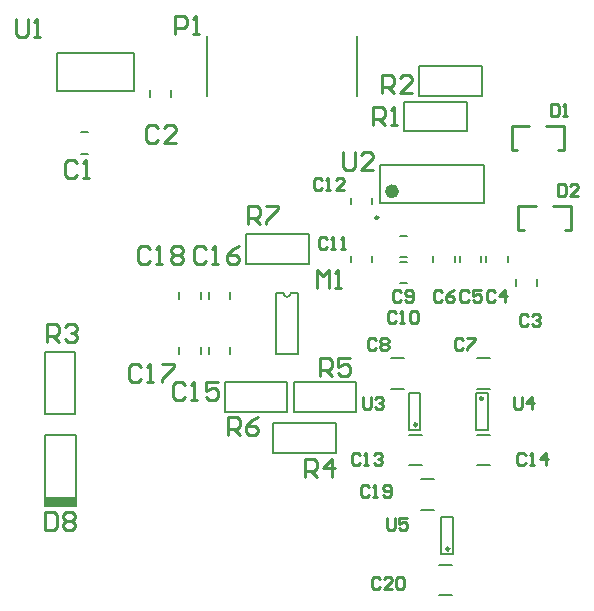
<source format=gto>
G04*
G04 #@! TF.GenerationSoftware,Altium Limited,Altium Designer,22.5.1 (42)*
G04*
G04 Layer_Color=65535*
%FSLAX44Y44*%
%MOMM*%
G71*
G04*
G04 #@! TF.SameCoordinates,CF4701AC-517D-4BF5-B978-186F02F9A4D0*
G04*
G04*
G04 #@! TF.FilePolarity,Positive*
G04*
G01*
G75*
%ADD10C,0.2500*%
%ADD11C,0.6000*%
%ADD12C,0.2000*%
%ADD13C,0.1270*%
%ADD14C,0.2540*%
%ADD15R,2.5908X0.7874*%
D10*
X407012Y63824D02*
G03*
X407012Y63824I-1250J0D01*
G01*
X379512Y168824D02*
G03*
X379512Y168824I-1250J0D01*
G01*
X435488Y191176D02*
G03*
X435488Y191176I-1250J0D01*
G01*
X346900Y344250D02*
G03*
X346900Y344250I-1250J0D01*
G01*
D11*
X361500Y366500D02*
G03*
X361500Y366500I-3000J0D01*
G01*
D12*
X266571Y280400D02*
G03*
X272921Y280400I3175J0D01*
G01*
X275188Y179800D02*
Y204946D01*
X328274D01*
X275188Y179800D02*
X328274D01*
Y204946D01*
X383000Y97000D02*
X394000D01*
X383000Y123000D02*
X394000D01*
X400000Y59500D02*
X410000D01*
X400000Y90500D02*
X410000D01*
Y59500D02*
Y90500D01*
X400000Y59500D02*
Y90500D01*
X398500Y50500D02*
X409500D01*
X398500Y24500D02*
X409500D01*
X201500Y447100D02*
Y497900D01*
X328500Y447100D02*
Y497900D01*
X75000Y451500D02*
X140000D01*
Y483500D01*
X75000D02*
X140000D01*
X75000Y451500D02*
Y483500D01*
X372500Y164500D02*
X382500D01*
X372500Y195500D02*
X382500D01*
Y164500D02*
Y195500D01*
X372500Y164500D02*
Y195500D01*
X440000Y164500D02*
Y195500D01*
X430000Y164500D02*
Y195500D01*
Y164500D02*
X440000D01*
X430000Y195500D02*
X440000D01*
X64800Y160162D02*
X89338D01*
X64800Y100218D02*
Y160162D01*
X89338D02*
X91216D01*
Y100218D02*
Y160162D01*
X64800Y100218D02*
X91216D01*
X348750Y356500D02*
X436250D01*
X348750Y388500D02*
X436250D01*
X348750Y356500D02*
Y388500D01*
X436250Y356500D02*
Y388500D01*
X430500Y134500D02*
X441500D01*
X430500Y160500D02*
X441500D01*
X430500Y225500D02*
X441500D01*
X430500Y199500D02*
X441500D01*
X373000Y160500D02*
X384000D01*
X373000Y134500D02*
X384000D01*
X358000Y199500D02*
X369000D01*
X358000Y225500D02*
X369000D01*
X434424Y447300D02*
Y472446D01*
X381338Y447300D02*
X434424D01*
X381338Y472446D02*
X434424D01*
X381338Y447300D02*
Y472446D01*
X421924Y417300D02*
Y442446D01*
X368838Y417300D02*
X421924D01*
X368838Y442446D02*
X421924D01*
X368838Y417300D02*
Y442446D01*
X258076Y145054D02*
Y170200D01*
X311162D01*
X258076Y145054D02*
X311162D01*
Y170200D01*
X216926Y180054D02*
Y205200D01*
X270012D01*
X216926Y180054D02*
X270012D01*
Y205200D01*
X260596Y280400D02*
X266571D01*
X272921D02*
X278896D01*
X260596Y228584D02*
Y280400D01*
X261358Y228584D02*
X267333D01*
X260850D02*
X278896D01*
Y280400D01*
X65054Y230774D02*
X90200D01*
Y177688D02*
Y230774D01*
X65054Y177688D02*
Y230774D01*
Y177688D02*
X90200D01*
X288274Y304800D02*
Y329946D01*
X235188Y304800D02*
X288274D01*
X235188Y329946D02*
X288274D01*
X235188Y304800D02*
Y329946D01*
D13*
X196500Y275460D02*
Y281260D01*
X178500Y275460D02*
Y281260D01*
X365460Y288500D02*
X371260D01*
X365460Y306500D02*
X371260D01*
X323500Y355460D02*
Y361260D01*
X341500Y355460D02*
Y361260D01*
Y306240D02*
Y312040D01*
X323500Y306240D02*
Y312040D01*
X365460Y329000D02*
X371260D01*
X365460Y311000D02*
X371260D01*
X393500Y306240D02*
Y312040D01*
X411500Y306240D02*
Y312040D01*
X416000Y306240D02*
Y312040D01*
X434000Y306240D02*
Y312040D01*
X438500Y306240D02*
Y312040D01*
X456500Y306240D02*
Y312040D01*
X481500Y286240D02*
Y292040D01*
X463500Y286240D02*
Y292040D01*
X95460Y398500D02*
X101260D01*
X95460Y416500D02*
X101260D01*
X171500Y446240D02*
Y452040D01*
X153500Y446240D02*
Y452040D01*
X203500Y275460D02*
Y281260D01*
X221500Y275460D02*
Y281260D01*
X196500Y228740D02*
Y234540D01*
X178500Y228740D02*
Y234540D01*
X221500Y228740D02*
Y234540D01*
X203500Y228740D02*
Y234540D01*
D14*
X459800Y421444D02*
X474659D01*
X459800Y401632D02*
Y421444D01*
Y401632D02*
X464499D01*
X489010Y421444D02*
X504250D01*
Y401378D02*
Y421444D01*
X499170Y401378D02*
X504250D01*
X465314Y353889D02*
X480173D01*
X465314Y334077D02*
Y353889D01*
Y334077D02*
X470013D01*
X494524Y353889D02*
X509764D01*
Y333823D02*
Y353889D01*
X504684Y333823D02*
X509764D01*
X297304Y209883D02*
Y225117D01*
X304922D01*
X307461Y222578D01*
Y217500D01*
X304922Y214961D01*
X297304D01*
X302383D02*
X307461Y209883D01*
X322696Y225117D02*
X312539D01*
Y217500D01*
X317617Y220039D01*
X320157D01*
X322696Y217500D01*
Y212422D01*
X320157Y209883D01*
X315078D01*
X312539Y212422D01*
X339029Y115912D02*
X337322Y117618D01*
X333910D01*
X332204Y115912D01*
Y109088D01*
X333910Y107382D01*
X337322D01*
X339029Y109088D01*
X342441Y107382D02*
X345853D01*
X344147D01*
Y117618D01*
X342441Y115912D01*
X350971Y109088D02*
X352677Y107382D01*
X356090D01*
X357796Y109088D01*
Y115912D01*
X356090Y117618D01*
X352677D01*
X350971Y115912D01*
Y114206D01*
X352677Y112500D01*
X357796D01*
X353969Y90118D02*
Y81588D01*
X355676Y79882D01*
X359088D01*
X360794Y81588D01*
Y90118D01*
X371031D02*
X364206D01*
Y85000D01*
X367618Y86706D01*
X369324D01*
X371031Y85000D01*
Y81588D01*
X369324Y79882D01*
X365912D01*
X364206Y81588D01*
X348176Y38412D02*
X346469Y40118D01*
X343057D01*
X341351Y38412D01*
Y31588D01*
X343057Y29882D01*
X346469D01*
X348176Y31588D01*
X358412Y29882D02*
X351588D01*
X358412Y36706D01*
Y38412D01*
X356706Y40118D01*
X353294D01*
X351588Y38412D01*
X361824D02*
X363531Y40118D01*
X366943D01*
X368649Y38412D01*
Y31588D01*
X366943Y29882D01*
X363531D01*
X361824Y31588D01*
Y38412D01*
X39843Y512617D02*
Y499922D01*
X42382Y497383D01*
X47461D01*
X50000Y499922D01*
Y512617D01*
X55078Y497383D02*
X60157D01*
X57618D01*
Y512617D01*
X55078Y510078D01*
X174843Y499883D02*
Y515117D01*
X182461D01*
X185000Y512578D01*
Y507500D01*
X182461Y504961D01*
X174843D01*
X190078Y499883D02*
X195157D01*
X192618D01*
Y515117D01*
X190078Y512578D01*
X153613Y317578D02*
X151074Y320117D01*
X145995D01*
X143456Y317578D01*
Y307422D01*
X145995Y304883D01*
X151074D01*
X153613Y307422D01*
X158691Y304883D02*
X163770D01*
X161230D01*
Y320117D01*
X158691Y317578D01*
X171387D02*
X173926Y320117D01*
X179005D01*
X181544Y317578D01*
Y315039D01*
X179005Y312500D01*
X181544Y309961D01*
Y307422D01*
X179005Y304883D01*
X173926D01*
X171387Y307422D01*
Y309961D01*
X173926Y312500D01*
X171387Y315039D01*
Y317578D01*
X173926Y312500D02*
X179005D01*
X461469Y192618D02*
Y184088D01*
X463176Y182382D01*
X466588D01*
X468294Y184088D01*
Y192618D01*
X476824Y182382D02*
Y192618D01*
X471706Y187500D01*
X478531D01*
X333969Y192618D02*
Y184088D01*
X335676Y182382D01*
X339088D01*
X340794Y184088D01*
Y192618D01*
X344206Y190912D02*
X345912Y192618D01*
X349324D01*
X351031Y190912D01*
Y189206D01*
X349324Y187500D01*
X347618D01*
X349324D01*
X351031Y185794D01*
Y184088D01*
X349324Y182382D01*
X345912D01*
X344206Y184088D01*
X317304Y400117D02*
Y387422D01*
X319843Y384883D01*
X324922D01*
X327461Y387422D01*
Y400117D01*
X342696Y384883D02*
X332539D01*
X342696Y395039D01*
Y397578D01*
X340157Y400117D01*
X335078D01*
X332539Y397578D01*
X236840Y338582D02*
Y353817D01*
X244457D01*
X246997Y351278D01*
Y346199D01*
X244457Y343660D01*
X236840D01*
X241918D02*
X246997Y338582D01*
X252075Y353817D02*
X262232D01*
Y351278D01*
X252075Y341121D01*
Y338582D01*
X219804Y159882D02*
Y175117D01*
X227422D01*
X229961Y172578D01*
Y167500D01*
X227422Y164961D01*
X219804D01*
X224883D02*
X229961Y159882D01*
X245196Y175117D02*
X240117Y172578D01*
X235039Y167500D01*
Y162422D01*
X237578Y159882D01*
X242657D01*
X245196Y162422D01*
Y164961D01*
X242657Y167500D01*
X235039D01*
X284804Y124882D02*
Y140118D01*
X292422D01*
X294961Y137578D01*
Y132500D01*
X292422Y129961D01*
X284804D01*
X289883D02*
X294961Y124882D01*
X307657D02*
Y140118D01*
X300039Y132500D01*
X310196D01*
X66660Y239268D02*
Y254503D01*
X74278D01*
X76817Y251964D01*
Y246886D01*
X74278Y244346D01*
X66660D01*
X71738D02*
X76817Y239268D01*
X81895Y251964D02*
X84434Y254503D01*
X89513D01*
X92052Y251964D01*
Y249425D01*
X89513Y246886D01*
X86973D01*
X89513D01*
X92052Y244346D01*
Y241807D01*
X89513Y239268D01*
X84434D01*
X81895Y241807D01*
X349804Y449883D02*
Y465117D01*
X357422D01*
X359961Y462578D01*
Y457500D01*
X357422Y454961D01*
X349804D01*
X354883D02*
X359961Y449883D01*
X375196D02*
X365039D01*
X375196Y460039D01*
Y462578D01*
X372657Y465117D01*
X367578D01*
X365039Y462578D01*
X342343Y422383D02*
Y437617D01*
X349961D01*
X352500Y435078D01*
Y430000D01*
X349961Y427461D01*
X342343D01*
X347422D02*
X352500Y422383D01*
X357578D02*
X362657D01*
X360118D01*
Y437617D01*
X357578Y435078D01*
X294843Y284883D02*
Y300117D01*
X299922Y295039D01*
X305000Y300117D01*
Y284883D01*
X310078D02*
X315157D01*
X312618D01*
Y300117D01*
X310078Y297578D01*
X64804Y95118D02*
Y79882D01*
X72422D01*
X74961Y82422D01*
Y92578D01*
X72422Y95118D01*
X64804D01*
X80039Y92578D02*
X82578Y95118D01*
X87657D01*
X90196Y92578D01*
Y90039D01*
X87657Y87500D01*
X90196Y84961D01*
Y82422D01*
X87657Y79882D01*
X82578D01*
X80039Y82422D01*
Y84961D01*
X82578Y87500D01*
X80039Y90039D01*
Y92578D01*
X82578Y87500D02*
X87657D01*
X498969Y372618D02*
Y362382D01*
X504088D01*
X505794Y364088D01*
Y370912D01*
X504088Y372618D01*
X498969D01*
X516031Y362382D02*
X509206D01*
X516031Y369206D01*
Y370912D01*
X514324Y372618D01*
X510912D01*
X509206Y370912D01*
X493176Y440118D02*
Y429882D01*
X498294D01*
X500000Y431588D01*
Y438412D01*
X498294Y440118D01*
X493176D01*
X503412Y429882D02*
X506824D01*
X505118D01*
Y440118D01*
X503412Y438412D01*
X146113Y217578D02*
X143574Y220117D01*
X138495D01*
X135956Y217578D01*
Y207422D01*
X138495Y204883D01*
X143574D01*
X146113Y207422D01*
X151191Y204883D02*
X156270D01*
X153730D01*
Y220117D01*
X151191Y217578D01*
X163887Y220117D02*
X174044D01*
Y217578D01*
X163887Y207422D01*
Y204883D01*
X201113Y317578D02*
X198574Y320117D01*
X193495D01*
X190956Y317578D01*
Y307422D01*
X193495Y304883D01*
X198574D01*
X201113Y307422D01*
X206191Y304883D02*
X211270D01*
X208730D01*
Y320117D01*
X206191Y317578D01*
X229044Y320117D02*
X223965Y317578D01*
X218887Y312500D01*
Y307422D01*
X221426Y304883D01*
X226505D01*
X229044Y307422D01*
Y309961D01*
X226505Y312500D01*
X218887D01*
X183613Y202578D02*
X181074Y205117D01*
X175995D01*
X173456Y202578D01*
Y192422D01*
X175995Y189883D01*
X181074D01*
X183613Y192422D01*
X188691Y189883D02*
X193770D01*
X191230D01*
Y205117D01*
X188691Y202578D01*
X211544Y205117D02*
X201387D01*
Y197500D01*
X206465Y200039D01*
X209005D01*
X211544Y197500D01*
Y192422D01*
X209005Y189883D01*
X203926D01*
X201387Y192422D01*
X471529Y143412D02*
X469823Y145118D01*
X466410D01*
X464704Y143412D01*
Y136588D01*
X466410Y134882D01*
X469823D01*
X471529Y136588D01*
X474941Y134882D02*
X478353D01*
X476647D01*
Y145118D01*
X474941Y143412D01*
X488590Y134882D02*
Y145118D01*
X483471Y140000D01*
X490296D01*
X331529Y143412D02*
X329823Y145118D01*
X326410D01*
X324704Y143412D01*
Y136588D01*
X326410Y134882D01*
X329823D01*
X331529Y136588D01*
X334941Y134882D02*
X338353D01*
X336647D01*
Y145118D01*
X334941Y143412D01*
X343471D02*
X345177Y145118D01*
X348590D01*
X350296Y143412D01*
Y141706D01*
X348590Y140000D01*
X346884D01*
X348590D01*
X350296Y138294D01*
Y136588D01*
X348590Y134882D01*
X345177D01*
X343471Y136588D01*
X299029Y375912D02*
X297323Y377618D01*
X293910D01*
X292204Y375912D01*
Y369088D01*
X293910Y367382D01*
X297323D01*
X299029Y369088D01*
X302441Y367382D02*
X305853D01*
X304147D01*
Y377618D01*
X302441Y375912D01*
X317796Y367382D02*
X310971D01*
X317796Y374206D01*
Y375912D01*
X316090Y377618D01*
X312677D01*
X310971Y375912D01*
X303235Y325912D02*
X301529Y327618D01*
X298116D01*
X296410Y325912D01*
Y319088D01*
X298116Y317382D01*
X301529D01*
X303235Y319088D01*
X306647Y317382D02*
X310059D01*
X308353D01*
Y327618D01*
X306647Y325912D01*
X315177Y317382D02*
X318590D01*
X316884D01*
Y327618D01*
X315177Y325912D01*
X361529Y263412D02*
X359823Y265118D01*
X356410D01*
X354704Y263412D01*
Y256588D01*
X356410Y254882D01*
X359823D01*
X361529Y256588D01*
X364941Y254882D02*
X368353D01*
X366647D01*
Y265118D01*
X364941Y263412D01*
X373471D02*
X375177Y265118D01*
X378590D01*
X380296Y263412D01*
Y256588D01*
X378590Y254882D01*
X375177D01*
X373471Y256588D01*
Y263412D01*
X365794Y280912D02*
X364088Y282618D01*
X360676D01*
X358969Y280912D01*
Y274088D01*
X360676Y272382D01*
X364088D01*
X365794Y274088D01*
X369206D02*
X370912Y272382D01*
X374324D01*
X376031Y274088D01*
Y280912D01*
X374324Y282618D01*
X370912D01*
X369206Y280912D01*
Y279206D01*
X370912Y277500D01*
X376031D01*
X345294Y240912D02*
X343588Y242618D01*
X340176D01*
X338469Y240912D01*
Y234088D01*
X340176Y232382D01*
X343588D01*
X345294Y234088D01*
X348706Y240912D02*
X350412Y242618D01*
X353825D01*
X355531Y240912D01*
Y239206D01*
X353825Y237500D01*
X355531Y235794D01*
Y234088D01*
X353825Y232382D01*
X350412D01*
X348706Y234088D01*
Y235794D01*
X350412Y237500D01*
X348706Y239206D01*
Y240912D01*
X350412Y237500D02*
X353825D01*
X418294Y240912D02*
X416588Y242618D01*
X413176D01*
X411469Y240912D01*
Y234088D01*
X413176Y232382D01*
X416588D01*
X418294Y234088D01*
X421706Y242618D02*
X428531D01*
Y240912D01*
X421706Y234088D01*
Y232382D01*
X400794Y280912D02*
X399088Y282618D01*
X395676D01*
X393969Y280912D01*
Y274088D01*
X395676Y272382D01*
X399088D01*
X400794Y274088D01*
X411031Y282618D02*
X407618Y280912D01*
X404206Y277500D01*
Y274088D01*
X405912Y272382D01*
X409324D01*
X411031Y274088D01*
Y275794D01*
X409324Y277500D01*
X404206D01*
X423294Y280912D02*
X421588Y282618D01*
X418176D01*
X416469Y280912D01*
Y274088D01*
X418176Y272382D01*
X421588D01*
X423294Y274088D01*
X433531Y282618D02*
X426706D01*
Y277500D01*
X430118Y279206D01*
X431824D01*
X433531Y277500D01*
Y274088D01*
X431824Y272382D01*
X428412D01*
X426706Y274088D01*
X445794Y280912D02*
X444088Y282618D01*
X440676D01*
X438969Y280912D01*
Y274088D01*
X440676Y272382D01*
X444088D01*
X445794Y274088D01*
X454324Y272382D02*
Y282618D01*
X449206Y277500D01*
X456031D01*
X473294Y260912D02*
X471588Y262618D01*
X468176D01*
X466469Y260912D01*
Y254088D01*
X468176Y252382D01*
X471588D01*
X473294Y254088D01*
X476706Y260912D02*
X478412Y262618D01*
X481824D01*
X483531Y260912D01*
Y259206D01*
X481824Y257500D01*
X480118D01*
X481824D01*
X483531Y255794D01*
Y254088D01*
X481824Y252382D01*
X478412D01*
X476706Y254088D01*
X159961Y420078D02*
X157422Y422617D01*
X152343D01*
X149804Y420078D01*
Y409922D01*
X152343Y407383D01*
X157422D01*
X159961Y409922D01*
X175196Y407383D02*
X165039D01*
X175196Y417539D01*
Y420078D01*
X172657Y422617D01*
X167578D01*
X165039Y420078D01*
X91720Y390078D02*
X89181Y392618D01*
X84102D01*
X81563Y390078D01*
Y379922D01*
X84102Y377383D01*
X89181D01*
X91720Y379922D01*
X96798Y377383D02*
X101877D01*
X99338D01*
Y392618D01*
X96798Y390078D01*
D15*
X78262Y104155D02*
D03*
M02*

</source>
